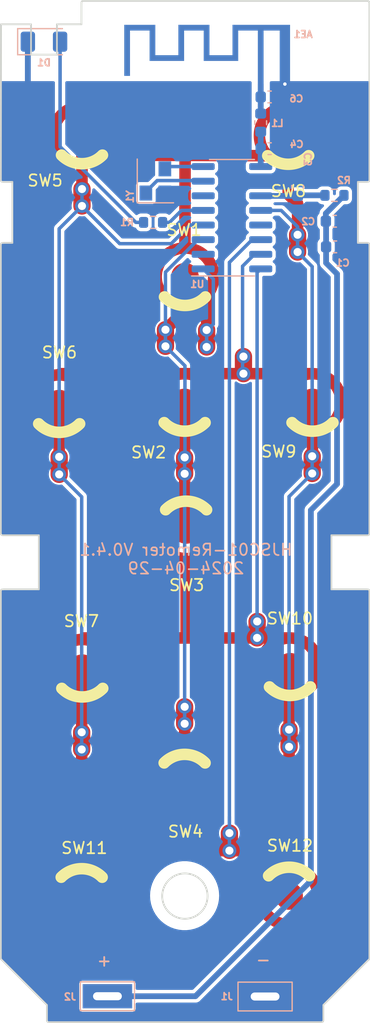
<source format=kicad_pcb>
(kicad_pcb (version 20240108) (generator "pcbnew") (generator_version "8.0")
  (title_block (title "HJSC01-Remoter") (date "2024-04-29") (rev "V0.4.1") (company "Ovobot") (comment 1 "32X89X1.2mm 白字绿油，无铅喷锡"))
  (layers (0 "F.Cu" signal) (31 "B.Cu" signal) (34 "B.Paste" user) (35 "F.Paste" user) (36 "B.SilkS" user "B.Silkscreen") (37 "F.SilkS" user "F.Silkscreen") (38 "B.Mask" user) (39 "F.Mask" user) (44 "Edge.Cuts" user))
  (net 0 "")
  (net 1 "GND")
  (net 2 "+3V3")
  (net 3 "/V1")
  (net 4 "/V2")
  (net 5 "/V3")
  (net 6 "Net-(AE1-A)")
  (net 7 "Net-(U1-VDD)")
  (net 8 "/H4")
  (net 9 "/H3")
  (net 10 "/H2")
  (net 11 "/H1")
  (net 12 "Net-(D1-A)")
  (net 13 "Net-(U1-PB2)")
  (net 14 "Net-(U1-RF-ANT)")
  (net 17 "Net-(U1-XTALP)")
  (net 18 "Net-(U1-XTALN)")
  (footprint "Ovo_Button_Switch_SMD:Dome_SLICE_ARC_6x6mm" (layer "F.Cu") (at 148.6916 96.4692 180)
    (property "Reference" "SW2" (at 3.1242 -4.3434 0) (layer "F.SilkS"))
    (property "Value" "SW")
    (fp_arc (start 1.777999 -1.752599) (mid -0.000001 2.496573) (end -1.778001 -1.7526) (stroke (width 1)) (layer "F.Cu"))
    (fp_arc (start -1.778001 -1.7526) (mid 0 -2.496576) (end 1.778 -1.7526) (stroke (width 1)) (layer "F.SilkS"))
    (pad "1" smd circle (at 0 2.5 180) (size 1 1) (layers "F.Cu" "F.Paste" "F.Mask") (net 10 "/H2"))
    (pad "2" smd circle (at 0 0 180) (size 2.4 2.4) (layers "F.Cu" "F.Paste" "F.Mask") (net 3 "/V1"))
  )
  (footprint "Ovo_Button_Switch_SMD:Dome_SLICE_ARC_6x6mm" (layer "F.Cu") (at 157.6832 73.279 180)
    (property "Reference" "SW8" (at -0.0254 -4.826 0) (layer "F.SilkS"))
    (property "Value" "SW")
    (fp_arc (start 1.777999 -1.752599) (mid -0.000001 2.496573) (end -1.778001 -1.7526) (stroke (width 1)) (layer "F.Cu"))
    (fp_arc (start -1.778001 -1.7526) (mid 0 -2.496576) (end 1.778 -1.7526) (stroke (width 1)) (layer "F.SilkS"))
    (pad "1" smd circle (at 0 2.5 180) (size 1 1) (layers "F.Cu" "F.Paste" "F.Mask") (net 11 "/H1"))
    (pad "2" smd circle (at 0 0 180) (size 2.4 2.4) (layers "F.Cu" "F.Paste" "F.Mask") (net 5 "/V3"))
  )
  (footprint "Ovo_Button_Switch_SMD:Dome_SLICE_ARC_6x6mm" (layer "F.Cu") (at 137.795 96.5708 180)
    (property "Reference" "SW6" (at -0.0254 4.445 0) (layer "F.SilkS"))
    (property "Value" "SW")
    (fp_arc (start 1.777999 -1.752599) (mid -0.000001 2.496573) (end -1.778001 -1.7526) (stroke (width 1)) (layer "F.Cu"))
    (fp_arc (start -1.778001 -1.7526) (mid 0 -2.496576) (end 1.778 -1.7526) (stroke (width 1)) (layer "F.SilkS"))
    (pad "1" smd circle (at 0 2.5 180) (size 1 1) (layers "F.Cu" "F.Paste" "F.Mask") (net 10 "/H2"))
    (pad "2" smd circle (at 0 0 180) (size 2.4 2.4) (layers "F.Cu" "F.Paste" "F.Mask") (net 4 "/V2"))
  )
  (footprint "Ovo_Button_Switch_SMD:Dome_SLICE_ARC_6x6mm" (layer "F.Cu") (at 148.8186 107.5436)
    (property "Reference" "SW3" (at 0.0508 4.8006 0) (layer "F.SilkS"))
    (property "Value" "SW")
    (fp_arc (start 1.777999 -1.752599) (mid -0.000001 2.496573) (end -1.778001 -1.7526) (stroke (width 1)) (layer "F.Cu"))
    (fp_arc (start -1.778001 -1.7526) (mid 0 -2.496576) (end 1.778 -1.7526) (stroke (width 1)) (layer "F.SilkS"))
    (pad "1" smd circle (at 0 2.5) (size 1 1) (layers "F.Cu" "F.Paste" "F.Mask") (net 9 "/H3"))
    (pad "2" smd circle (at 0 0) (size 2.4 2.4) (layers "F.Cu" "F.Paste" "F.Mask") (net 3 "/V1"))
  )
  (footprint "Ovo_Button_Switch_SMD:Dome_SLICE_ARC_6x6mm" (layer "F.Cu") (at 148.717 85.5472 180)
    (property "Reference" "SW1" (at 0.0762 4.064 0) (layer "F.SilkS"))
    (property "Value" "SW")
    (fp_arc (start 1.777999 -1.752599) (mid -0.000001 2.496573) (end -1.778001 -1.7526) (stroke (width 1)) (layer "F.Cu"))
    (fp_arc (start -1.778001 -1.7526) (mid 0 -2.496576) (end 1.778 -1.7526) (stroke (width 1)) (layer "F.SilkS"))
    (pad "1" smd circle (at 0 2.5 180) (size 1 1) (layers "F.Cu" "F.Paste" "F.Mask") (net 11 "/H1"))
    (pad "2" smd circle (at 0 0 180) (size 2.4 2.4) (layers "F.Cu" "F.Paste" "F.Mask") (net 3 "/V1"))
  )
  (footprint "Ovo_Button_Switch_SMD:Dome_SLICE_ARC_6x6mm" (layer "F.Cu") (at 159.7914 96.4692 180)
    (property "Reference" "SW9" (at 2.921 -4.2672 0) (layer "F.SilkS"))
    (property "Value" "SW")
    (fp_arc (start 1.777999 -1.752599) (mid -0.000001 2.496573) (end -1.778001 -1.7526) (stroke (width 1)) (layer "F.Cu"))
    (fp_arc (start -1.778001 -1.7526) (mid 0 -2.496576) (end 1.778 -1.7526) (stroke (width 1)) (layer "F.SilkS"))
    (pad "1" smd circle (at 0 2.5 180) (size 1 1) (layers "F.Cu" "F.Paste" "F.Mask") (net 10 "/H2"))
    (pad "2" smd circle (at 0 0 180) (size 2.4 2.4) (layers "F.Cu" "F.Paste" "F.Mask") (net 5 "/V3"))
  )
  (footprint "Ovo_Button_Switch_SMD:Dome_SLICE_ARC_6x6mm" (layer "F.Cu") (at 157.8356 119.4308 180)
    (property "Reference" "SW10" (at 0 4.191 0) (layer "F.SilkS"))
    (property "Value" "SW")
    (fp_arc (start 1.777999 -1.752599) (mid -0.000001 2.496573) (end -1.778001 -1.7526) (stroke (width 1)) (layer "F.Cu"))
    (fp_arc (start -1.778001 -1.7526) (mid 0 -2.496576) (end 1.778 -1.7526) (stroke (width 1)) (layer "F.SilkS"))
    (pad "1" smd circle (at 0 2.5 180) (size 1 1) (layers "F.Cu" "F.Paste" "F.Mask") (net 9 "/H3"))
    (pad "2" smd circle (at 0 0 180) (size 2.4 2.4) (layers "F.Cu" "F.Paste" "F.Mask") (net 5 "/V3"))
  )
  (footprint "Ovo_Button_Switch_SMD:Dome_SLICE_ARC_6x6mm" (layer "F.Cu") (at 139.8016 119.5578 180)
    (property "Reference" "SW7" (at 0.0762 4.0894 0) (layer "F.SilkS"))
    (property "Value" "SW")
    (fp_arc (start 1.777999 -1.752599) (mid -0.000001 2.496573) (end -1.778001 -1.7526) (stroke (width 1)) (layer "F.Cu"))
    (fp_arc (start -1.778001 -1.7526) (mid 0 -2.496576) (end 1.778 -1.7526) (stroke (width 1)) (layer "F.SilkS"))
    (pad "1" smd circle (at 0 2.5 180) (size 1 1) (layers "F.Cu" "F.Paste" "F.Mask") (net 9 "/H3"))
    (pad "2" smd circle (at 0 0 180) (size 2.4 2.4) (layers "F.Cu" "F.Paste" "F.Mask") (net 4 "/V2"))
  )
  (footprint "Ovo_Button_Switch_SMD:Dome_SLICE_ARC_6x6mm" (layer "F.Cu") (at 139.7762 73.2282 180)
    (property "Reference" "SW5" (at 3.2004 -3.9624 0) (layer "F.SilkS"))
    (property "Value" "SW")
    (fp_arc (start 1.777999 -1.752599) (mid -0.000001 2.496573) (end -1.778001 -1.7526) (stroke (width 1)) (layer "F.Cu"))
    (fp_arc (start -1.778001 -1.7526) (mid 0 -2.496576) (end 1.778 -1.7526) (stroke (width 1)) (layer "F.SilkS"))
    (pad "1" smd circle (at 0 2.5 180) (size 1 1) (layers "F.Cu" "F.Paste" "F.Mask") (net 11 "/H1"))
    (pad "2" smd circle (at 0 0 180) (size 2.4 2.4) (layers "F.Cu" "F.Paste" "F.Mask") (net 4 "/V2"))
  )
  (footprint "Ovo_Button_Switch_SMD:Dome_SLICE_ARC_6x6mm" (layer "F.Cu") (at 139.7508 139.4714)
    (property "Reference" "SW11" (at 0.2286 -4.2926 0) (layer "F.SilkS"))
    (property "Value" "SW")
    (fp_arc (start 1.777999 -1.752599) (mid -0.000001 2.496573) (end -1.778001 -1.7526) (stroke (width 1)) (layer "F.Cu"))
    (fp_arc (start -1.778001 -1.7526) (mid 0 -2.496576) (end 1.778 -1.7526) (stroke (width 1)) (layer "F.SilkS"))
    (pad "1" smd circle (at 0 2.5) (size 1 1) (layers "F.Cu" "F.Paste" "F.Mask") (net 8 "/H4"))
    (pad "2" smd circle (at 0 0) (size 2.4 2.4) (layers "F.Cu" "F.Paste" "F.Mask") (net 4 "/V2"))
  )
  (footprint "Ovo_Button_Switch_SMD:Dome_SLICE_ARC_6x6mm" (layer "F.Cu") (at 148.689 129.54)
    (property "Reference" "SW4" (at 0.0788 4.2164 0) (layer "F.SilkS"))
    (property "Value" "SW")
    (fp_arc (start 1.777999 -1.752599) (mid -0.000001 2.496573) (end -1.778001 -1.7526) (stroke (width 1)) (layer "F.Cu"))
    (fp_arc (start -1.778001 -1.7526) (mid 0 -2.496576) (end 1.778 -1.7526) (stroke (width 1)) (layer "F.SilkS"))
    (pad "1" smd circle (at 0 2.5) (size 1 1) (layers "F.Cu" "F.Paste" "F.Mask") (net 8 "/H4"))
    (pad "2" smd circle (at 0 0) (size 2.4 2.4) (layers "F.Cu" "F.Paste" "F.Mask") (net 3 "/V1"))
  )
  (footprint "Ovo_Button_Switch_SMD:Dome_SLICE_ARC_6x6mm" (layer "F.Cu") (at 157.7594 139.3444)
    (property "Reference" "SW12" (at 0.0762 -4.3688 0) (layer "F.SilkS"))
    (property "Value" "SW")
    (fp_arc (start 1.777999 -1.752599) (mid -0.000001 2.496573) (end -1.778001 -1.7526) (stroke (width 1)) (layer "F.Cu"))
    (fp_arc (start -1.778001 -1.7526) (mid 0 -2.496576) (end 1.778 -1.7526) (stroke (width 1)) (layer "F.SilkS"))
    (pad "1" smd circle (at 0 2.5) (size 1 1) (layers "F.Cu" "F.Paste" "F.Mask") (net 8 "/H4"))
    (pad "2" smd circle (at 0 0) (size 2.4 2.4) (layers "F.Cu" "F.Paste" "F.Mask") (net 5 "/V3"))
  )
  (footprint "Resistor_SMD:R_0603_1608Metric" (layer "B.Cu") (at 145.95 80.825)
    (property "Reference" "R1" (at -2.2606 0 0) (layer "B.SilkS") (effects (font (size 0.6 0.6)) (justify mirror)))
    (property "Value" "1K")
    (fp_line (start -0.237258 -0.5225) (end 0.237258 -0.5225) (stroke (width 0.12)) (layer "B.SilkS"))
    (fp_line (start -0.237258 0.5225) (end 0.237258 0.5225) (stroke (width 0.12)) (layer "B.SilkS"))
    (pad "1" smd roundrect (at -0.825 0) (size 0.8 0.95) (layers "B.Cu" "B.Paste" "B.Mask") (net 12 "Net-(D1-A)"))
    (pad "2" smd roundrect (at 0.825 0) (size 0.8 0.95) (layers "B.Cu" "B.Paste" "B.Mask") (net 13 "Net-(U1-PB2)"))
  )
  (footprint "Ovo_RF_Antenna:Texas_SWRA117D_2.4GHz_Right" (layer "B.Cu") (at 155.2956 68.8086 180)
    (property "Reference" "AE1" (at -3.683 4.318 180) (layer "B.SilkS") (effects (font (size 0.6 0.6)) (justify mirror)))
    (property "Value" "Antenna_Shield")
    (fp_poly (pts (xy 2.45 2.51) (xy 4.45 2.51) (xy 4.45 5.15) (xy 7.15 5.15) (xy 7.15 2.51) (xy 9.15 2.51) (xy 9.15 5.15) (xy 11.85 5.15) (xy 11.85 0.71) (xy 11.35 0.71) (xy 11.35 4.65) (xy 9.65 4.65) (xy 9.65 2.01) (xy 6.65 2.01) (xy 6.65 4.65) (xy 4.95 4.65) (xy 4.95 2.01) (xy 1.95 2.01) (xy 1.95 4.65) (xy 0.25 4.65) (xy 0.25 -0.25) (xy -0.25 -0.25) (xy -0.25 4.65) (xy -1.65 4.65) (xy -1.65 -0.25) (xy -2.55 -0.25) (xy -2.55 -0.006785) (xy -2.247583 -0.006785) (xy -2.237742 -0.054395) (xy -2.213674 -0.096797) (xy -2.175731 -0.129581) (xy -2.167819 -0.133935) (xy -2.125156 -0.146043) (xy -2.076637 -0.1453) (xy -2.031122 -0.1324) (xy -2.012511 -0.121787) (xy -1.978868 -0.086553) (xy -1.958309 -0.041368) (xy -1.951778 0.008158) (xy -1.960218 0.056417) (xy -1.977112 0.088643) (xy -2.012372 0.121313) (xy -2.057682 0.141408) (xy -2.107267 0.147982) (xy -2.155353 0.140092) (xy -2.188245 0.123186) (xy -2.223185 0.086416) (xy -2.242847 0.041622) (xy -2.247583 -0.006785) (xy -2.55 -0.006785) (xy -2.55 5.15) (xy 2.45 5.15) (xy 2.45 2.51)) (fill solid) (layer "B.Cu"))
    (pad "1" connect rect (at 0 0 180) (size 0.5 0.5) (layers "B.Cu") (net 6 "Net-(AE1-A)"))
    (pad "2" thru_hole rect (at -2.1 0 180) (size 0.9 0.5) (drill 0.3) (layers "*.Cu") (net 1 "GND"))
    (zone (net 0) (net_name "") (layers "*.Cu") (connect_pads (clearance 0)) (min_thickness 0.254)
      (keepout (tracks allowed) (vias allowed) (pads allowed) (copperpour not_allowed) (footprints not_allowed))
      (fill (thermal_gap 0.508) (thermal_bridge_width 0.508))
      (polygon (pts (xy 138.9888 68.5206) (xy 162.5092 68.5206) (xy 162.5092 63.0086) (xy 138.9888 63.0086)))
    )
  )
  (footprint "Capacitor_SMD:C_0603_1608Metric" (layer "B.Cu") (at 156.0706 74.422 180)
    (property "Reference" "C4" (at -2.3492 0.381 180) (layer "B.SilkS") (effects (font (size 0.6 0.6)) (justify mirror)))
    (property "Value" "1.2pF")
    (fp_line (start -0.14058 0.51) (end 0.14058 0.51) (stroke (width 0.12)) (layer "B.SilkS"))
    (fp_line (start -0.14058 -0.51) (end 0.14058 -0.51) (stroke (width 0.12)) (layer "B.SilkS"))
    (pad "1" smd roundrect (at -0.775 0 180) (size 0.9 0.95) (layers "B.Cu" "B.Paste" "B.Mask") (net 1 "GND"))
    (pad "2" smd roundrect (at 0.775 0 180) (size 0.9 0.95) (layers "B.Cu" "B.Paste" "B.Mask") (net 14 "Net-(U1-RF-ANT)"))
  )
  (footprint "Capacitor_SMD:C_0603_1608Metric" (layer "B.Cu") (at 156.0706 69.9262 180)
    (property "Reference" "C6" (at -2.3238 -0.1524 0) (layer "B.SilkS") (effects (font (size 0.6 0.6)) (justify mirror)))
    (property "Value" "0.5pF")
    (fp_line (start -0.14058 0.51) (end 0.14058 0.51) (stroke (width 0.12)) (layer "B.SilkS"))
    (fp_line (start -0.14058 -0.51) (end 0.14058 -0.51) (stroke (width 0.12)) (layer "B.SilkS"))
    (pad "1" smd roundrect (at -0.775 0 180) (size 0.9 0.95) (layers "B.Cu" "B.Paste" "B.Mask") (net 1 "GND"))
    (pad "2" smd roundrect (at 0.775 0 180) (size 0.9 0.95) (layers "B.Cu" "B.Paste" "B.Mask") (net 6 "Net-(AE1-A)"))
  )
  (footprint "Inductor_SMD:L_0603_1608Metric" (layer "B.Cu") (at 155.2956 72.1613 -90)
    (property "Reference" "L1" (at 0.0509 -1.4478 180) (layer "B.SilkS") (effects (font (size 0.6 0.6)) (justify mirror)))
    (property "Value" "3.6uH")
    (fp_line (start -0.162779 0.51) (end 0.162779 0.51) (stroke (width 0.12)) (layer "B.SilkS"))
    (fp_line (start -0.162779 -0.51) (end 0.162779 -0.51) (stroke (width 0.12)) (layer "B.SilkS"))
    (pad "1" smd roundrect (at -0.7875 0 270) (size 0.875 0.95) (layers "B.Cu" "B.Paste" "B.Mask") (net 6 "Net-(AE1-A)"))
    (pad "2" smd roundrect (at 0.7875 0 270) (size 0.875 0.95) (layers "B.Cu" "B.Paste" "B.Mask") (net 14 "Net-(U1-RF-ANT)"))
  )
  (footprint "Resistor_SMD:R_0603_1608Metric" (layer "B.Cu") (at 161.7 78.475 180)
    (property "Reference" "R2" (at -0.825 1.3 180) (layer "B.SilkS") (effects (font (size 0.6 0.6)) (justify mirror)))
    (property "Value" "10R")
    (fp_line (start -0.237258 0.5225) (end 0.237258 0.5225) (stroke (width 0.12)) (layer "B.SilkS"))
    (fp_line (start -0.237258 -0.5225) (end 0.237258 -0.5225) (stroke (width 0.12)) (layer "B.SilkS"))
    (pad "1" smd roundrect (at -0.825 0 180) (size 0.8 0.95) (layers "B.Cu" "B.Paste" "B.Mask") (net 2 "+3V3"))
    (pad "2" smd roundrect (at 0.825 0 180) (size 0.8 0.95) (layers "B.Cu" "B.Paste" "B.Mask") (net 7 "Net-(U1-VDD)"))
  )
  (footprint "Capacitor_SMD:C_0603_1608Metric" (layer "B.Cu") (at 161.75 82.95)
    (property "Reference" "C1" (at 0.6728 1.397 0) (layer "B.SilkS") (effects (font (size 0.6 0.6)) (justify mirror)))
    (property "Value" "10uF")
    (fp_line (start -0.14058 -0.51) (end 0.14058 -0.51) (stroke (width 0.12)) (layer "B.SilkS"))
    (fp_line (start -0.14058 0.51) (end 0.14058 0.51) (stroke (width 0.12)) (layer "B.SilkS"))
    (pad "1" smd roundrect (at -0.775 0) (size 0.9 0.95) (layers "B.Cu" "B.Paste" "B.Mask") (net 2 "+3V3"))
    (pad "2" smd roundrect (at 0.775 0) (size 0.9 0.95) (layers "B.Cu" "B.Paste" "B.Mask") (net 1 "GND"))
  )
  (footprint "Ovo_Pad:Pad_THTPad_4.3x2.1mm_Drill3.1x0.9mm" (layer "B.Cu") (at 155.6766 148.082 90)
    (property "Reference" "J1" (at 0 -3.3274 0) (layer "B.SilkS") (effects (font (size 0.6 0.6)) (justify mirror)))
    (property "Value" "负极弹簧")
    (fp_line (start 1.25 -2.35) (end -1.25 -2.35) (stroke (width 0.12)) (layer "B.SilkS"))
    (fp_line (start -1.25 -2.35) (end -1.25 2.35) (stroke (width 0.12)) (layer "B.SilkS"))
    (fp_line (start 1.25 2.35) (end 1.25 -2.35) (stroke (width 0.12)) (layer "B.SilkS"))
    (fp_line (start -1.25 2.35) (end 1.25 2.35) (stroke (width 0.12)) (layer "B.SilkS"))
    (pad "1" thru_hole rect (at 0 0 90) (size 2.1 4.3) (drill oval 0.7 2.5) (layers "*.Cu" "*.Mask") (net 1 "GND"))
  )
  (footprint "Package_SO:SOP-16_3.9x9.9mm_P1.27mm" (layer "B.Cu") (at 152.8 80.42)
    (property "Reference" "U1" (at -3.013 5.782 0) (layer "B.SilkS") (effects (font (size 0.6 0.6)) (justify mirror)))
    (property "Value" "RF射频芯片（01-19548）")
    (fp_line (start 0 -5.06) (end -1.95 -5.06) (stroke (width 0.12)) (layer "B.SilkS"))
    (fp_line (start 0 -5.06) (end 1.95 -5.06) (stroke (width 0.12)) (layer "B.SilkS"))
    (fp_line (start 0 5.06) (end -3.5 5.06) (stroke (width 0.12)) (layer "B.SilkS"))
    (fp_line (start 0 5.06) (end 1.95 5.06) (stroke (width 0.12)) (layer "B.SilkS"))
    (pad "1" smd roundrect (at -2.5 4.445) (size 2 0.6) (layers "B.Cu" "B.Paste" "B.Mask") (net 11 "/H1"))
    (pad "2" smd roundrect (at -2.5 3.175) (size 2 0.6) (layers "B.Cu" "B.Paste" "B.Mask"))
    (pad "3" smd roundrect (at -2.5 1.905) (size 2 0.6) (layers "B.Cu" "B.Paste" "B.Mask") (net 3 "/V1"))
    (pad "4" smd roundrect (at -2.5 0.635) (size 2 0.6) (layers "B.Cu" "B.Paste" "B.Mask") (net 4 "/V2"))
    (pad "5" smd roundrect (at -2.5 -0.635) (size 2 0.6) (layers "B.Cu" "B.Paste" "B.Mask") (net 13 "Net-(U1-PB2)"))
    (pad "6" smd roundrect (at -2.5 -1.905) (size 2 0.6) (layers "B.Cu" "B.Paste" "B.Mask"))
    (pad "7" smd roundrect (at -2.5 -3.175) (size 2 0.6) (layers "B.Cu" "B.Paste" "B.Mask") (net 17 "Net-(U1-XTALP)"))
    (pad "8" smd roundrect (at -2.5 -4.445) (size 2 0.6) (layers "B.Cu" "B.Paste" "B.Mask") (net 18 "Net-(U1-XTALN)"))
    (pad "9" smd roundrect (at 2.5 -4.445) (size 2 0.6) (layers "B.Cu" "B.Paste" "B.Mask") (net 14 "Net-(U1-RF-ANT)"))
    (pad "10" smd roundrect (at 2.5 -3.175) (size 2 0.6) (layers "B.Cu" "B.Paste" "B.Mask") (net 1 "GND"))
    (pad "11" smd roundrect (at 2.5 -1.905) (size 2 0.6) (layers "B.Cu" "B.Paste" "B.Mask") (net 7 "Net-(U1-VDD)"))
    (pad "12" smd roundrect (at 2.5 -0.635) (size 2 0.6) (layers "B.Cu" "B.Paste" "B.Mask") (net 5 "/V3"))
    (pad "13" smd roundrect (at 2.5 0.635) (size 2 0.6) (layers "B.Cu" "B.Paste" "B.Mask"))
    (pad "14" smd roundrect (at 2.5 1.905) (size 2 0.6) (layers "B.Cu" "B.Paste" "B.Mask") (net 8 "/H4"))
    (pad "15" smd roundrect (at 2.5 3.175) (size 2 0.6) (layers "B.Cu" "B.Paste" "B.Mask") (net 10 "/H2"))
    (pad "16" smd roundrect (at 2.5 4.445) (size 2 0.6) (layers "B.Cu" "B.Paste" "B.Mask") (net 9 "/H3"))
  )
  (footprint "Ovo_Oscillaror:Oscillator_SMD_Abracon_ASE-4Pin_3.2x2.5mm" (layer "B.Cu") (at 146.15 77.225 90)
    (property "Reference" "Y1" (at -1.3715 -2.198 -90) (layer "B.SilkS") (effects (font (size 0.6 0.6)) (justify mirror)))
    (property "Value" "16MHz/12pF(10ppm)")
    (fp_line (start -1.9 -1.575) (end 1.9 -1.575) (stroke (width 0.12)) (layer "B.SilkS"))
    (fp_line (start -1.9 1.575) (end -1.9 -1.575) (stroke (width 0.12)) (layer "B.SilkS"))
    (pad "1" smd rect (at -1.05 -0.825 90) (size 1.3 1.1) (layers "B.Cu" "B.Paste" "B.Mask") (net 17 "Net-(U1-XTALP)"))
    (pad "2" smd rect (at 1.05 -0.825 90) (size 1.3 1.1) (layers "B.Cu" "B.Paste" "B.Mask") (net 1 "GND"))
    (pad "3" smd rect (at 1.05 0.825 90) (size 1.3 1.1) (layers "B.Cu" "B.Paste" "B.Mask") (net 18 "Net-(U1-XTALN)"))
    (pad "4" smd rect (at -1.05 0.825 90) (size 1.3 1.1) (layers "B.Cu" "B.Paste" "B.Mask") (net 1 "GND"))
  )
  (footprint "Capacitor_SMD:C_0603_1608Metric" (layer "B.Cu") (at 158.5 77.75 90)
    (property "Reference" "C3" (at 2.413 0.9144 90) (layer "B.SilkS") (effects (font (size 0.6 0.6)) (justify mirror)))
    (property "Value" "0.1uF")
    (fp_line (start -0.14058 -0.51) (end 0.14058 -0.51) (stroke (width 0.12)) (layer "B.SilkS"))
    (fp_line (start -0.14058 0.51) (end 0.14058 0.51) (stroke (width 0.12)) (layer "B.SilkS"))
    (pad "1" smd roundrect (at -0.775 0 90) (size 0.9 0.95) (layers "B.Cu" "B.Paste" "B.Mask") (net 7 "Net-(U1-VDD)"))
    (pad "2" smd roundrect (at 0.775 0 90) (size 0.9 0.95) (layers "B.Cu" "B.Paste" "B.Mask") (net 1 "GND"))
  )
  (footprint "Capacitor_SMD:C_0603_1608Metric" (layer "B.Cu") (at 161.727 80.725)
    (property "Reference" "C2" (at -2.302 0.025 0) (layer "B.SilkS") (effects (font (size 0.6 0.6)) (justify mirror)))
    (property "Value" "100pF")
    (fp_line (start -0.14058 -0.51) (end 0.14058 -0.51) (stroke (width 0.12)) (layer "B.SilkS"))
    (fp_line (start -0.14058 0.51) (end 0.14058 0.51) (stroke (width 0.12)) (layer "B.SilkS"))
    (pad "1" smd roundrect (at -0.775 0) (size 0.9 0.95) (layers "B.Cu" "B.Paste" "B.Mask") (net 2 "+3V3"))
    (pad "2" smd roundrect (at 0.775 0) (size 0.9 0.95) (layers "B.Cu" "B.Paste" "B.Mask") (net 1 "GND"))
  )
  (footprint "LED_SMD:LED_1206_3216Metric" (layer "B.Cu") (at 136.4742 65.1256)
    (property "Reference" "D1" (at 0 1.82 180) (layer "B.SilkS") (effects (font (size 0.6 0.6)) (justify mirror)))
    (property "Value" "RED")
    (fp_line (start -2.285 -1.135) (end 1.6 -1.135) (stroke (width 0.12)) (layer "B.SilkS"))
    (fp_line (start -2.285 1.135) (end -2.285 -1.135) (stroke (width 0.12)) (layer "B.SilkS"))
    (fp_line (start 1.6 1.135) (end -2.285 1.135) (stroke (width 0.12)) (layer "B.SilkS"))
    (pad "1" smd roundrect (at -1.4 0) (size 1.25 1.75) (layers "B.Cu" "B.Paste" "B.Mask") (roundrect_rratio 0.2) (net 1 "GND"))
    (pad "2" smd roundrect (at 1.4 0) (size 1.25 1.75) (layers "B.Cu" "B.Paste" "B.Mask") (roundrect_rratio 0.2) (net 12 "Net-(D1-A)"))
  )
  (footprint "Ovo_Pad:Pad_THTPad_4.3x2.1mm_Drill3.1x0.9mm" (layer "B.Cu") (at 141.986 148.0566 90)
    (property "Reference" "J2" (at -0.0508 -3.2512 0) (layer "B.SilkS") (effects (font (size 0.6 0.6)) (justify mirror)))
    (property "Value" "正极弹簧")
    (fp_line (start 1.25 -2.35) (end -1.25 -2.35) (stroke (width 0.12)) (layer "B.SilkS"))
    (fp_line (start -1.25 -2.35) (end -1.25 2.35) (stroke (width 0.12)) (layer "B.SilkS"))
    (fp_line (start 1.25 2.35) (end 1.25 -2.35) (stroke (width 0.12)) (layer "B.SilkS"))
    (fp_line (start -1.25 2.35) (end 1.25 2.35) (stroke (width 0.12)) (layer "B.SilkS"))
    (pad "1" thru_hole rect (at 0 0 90) (size 2.1 4.3) (drill oval 0.7 2.5) (layers "*.Cu" "*.Mask") (net 2 "+3V3"))
  )
  (gr_line (start 153.5938 135.4074) (end 155.981399 137.5918) (stroke (width 1)) (layer "F.Cu") (net 8))
  (gr_line (start 141.528799 137.718801) (end 143.8402 135.4074) (stroke (width 1)) (layer "F.Cu") (net 8))
  (gr_line (start 148.688999 132.036573) (end 148.688999 135.4074) (stroke (width 1)) (layer "F.Cu") (net 8))
  (gr_line (start 141.554201 74.9808) (end 155.905201 75.031599) (stroke (width 1)) (layer "F.Cu") (net 11))
  (gr_line (start 150.6 90.175) (end 150.6 87.3304) (stroke (width 1)) (layer "F.Cu") (net 11))
  (gr_line (start 143.8402 135.4074) (end 153.5938 135.4074) (stroke (width 1)) (layer "F.Cu") (net 8))
  (gr_line (start 148.717001 83.050627) (end 148.729701 75.0062) (stroke (width 1)) (layer "F.Cu") (net 11))
  (gr_line (start 152.5778 135.382) (end 152.5778 133.8834) (stroke (width 1.5)) (layer "F.Cu") (net 8))
  (gr_arc (start 132.7324 82.75601) (mid 132.795901 82.633248) (end 132.93278 82.614184) (stroke (width 0.1524)) (layer "Edge.Cuts"))
  (gr_arc (start 132.776819 144.862721) (mid 132.743946 144.813805) (end 132.7324 144.756013) (stroke (width 0.1524)) (layer "Edge.Cuts"))
  (gr_line (start 161.433155 112.70562) (end 164.582793 112.70562) (stroke (width 0.1524)) (layer "Edge.Cuts"))
  (gr_arc (start 132.93278 112.714175) (mid 132.957416 112.707771) (end 132.98278 112.70562) (stroke (width 0.1524)) (layer "Edge.Cuts"))
  (gr_arc (start 139.728753 61.730779) (mid 139.772808 61.624471) (end 139.879134 61.580398) (stroke (width 0.1524)) (layer "Edge.Cuts"))
  (gr_arc (start 164.733174 77.156021) (mid 164.689121 77.262342) (end 164.582793 77.306402) (stroke (width 0.1524)) (layer "Edge.Cuts"))
  (gr_arc (start 164.582793 112.70562) (mid 164.689128 112.749665) (end 164.733174 112.856001) (stroke (width 0.1524)) (layer "Edge.Cuts"))
  (gr_arc (start 132.88278 108.006391) (mid 132.77645 107.962341) (end 132.7324 107.856011) (stroke (width 0.1524)) (layer "Edge.Cuts"))
  (gr_line (start 132.733593 77.137111) (end 132.744274 63.614938) (stroke (width 0.1524)) (layer "Edge.Cuts"))
  (gr_arc (start 164.733174 144.756013) (mid 164.721621 144.813802) (end 164.688754 144.862721) (stroke (width 0.1524)) (layer "Edge.Cuts"))
  (gr_line (start 136.882772 150.306383) (end 160.582776 150.306383) (stroke (width 0.1524)) (layer "Edge.Cuts"))
  (gr_line (start 136.732392 150.156002) (end 136.732392 148.818293) (stroke (width 0.1524)) (layer "Edge.Cuts"))
  (gr_arc (start 136.882772 150.306383) (mid 136.77645 150.26233) (end 136.732392 150.156002) (stroke (width 0.1524)) (layer "Edge.Cuts"))
  (gr_line (start 164.733174 77.156021) (end 164.733174 61.756001) (stroke (width 0.1524)) (layer "Edge.Cuts"))
  (gr_line (start 163.733176 82.605629) (end 163.733176 77.306402) (stroke (width 0.1524)) (layer "Edge.Cuts"))
  (gr_arc (start 132.7324 112.856001) (mid 132.795903 112.733246) (end 132.93278 112.714175) (stroke (width 0.1524)) (layer "Edge.Cuts"))
  (gr_line (start 161.433155 112.70562) (end 161.433155 108.006391) (stroke (width 0.1524)) (layer "Edge.Cuts"))
  (gr_line (start 163.733176 77.306402) (end 164.582793 77.306402) (stroke (width 0.1524)) (layer "Edge.Cuts"))
  (gr_line (start 164.733174 107.856011) (end 164.733174 82.75601) (stroke (width 0.1524)) (layer "Edge.Cuts"))
  (gr_line (start 161.433155 108.006391) (end 164.582793 108.006391) (stroke (width 0.1524)) (layer "Edge.Cuts"))
  (gr_line (start 137.6 63.614938) (end 137.6 66.25) (stroke (width 0.1524)) (layer "Edge.Cuts"))
  (gr_line (start 132.744274 63.614938) (end 135.35 63.614938) (stroke (width 0.1524)) (layer "Edge.Cuts"))
  (gr_arc (start 164.733174 107.856011) (mid 164.689124 107.962338) (end 164.582793 108.006391) (stroke (width 0.1524)) (layer "Edge.Cuts"))
  (gr_line (start 132.7324 144.756013) (end 132.7324 112.856001) (stroke (width 0.1524)) (layer "Edge.Cuts"))
  (gr_line (start 132.776819 144.862721) (end 136.732392 148.818293) (stroke (width 0.1524)) (layer "Edge.Cuts"))
  (gr_line (start 135.35 63.614938) (end 135.35 66.25) (stroke (width 0.1524)) (layer "Edge.Cuts"))
  (gr_line (start 139.728753 63.614938) (end 139.728753 61.730779) (stroke (width 0.1524)) (layer "Edge.Cuts"))
  (gr_line (start 163.733176 82.605629) (end 164.582793 82.605629) (stroke (width 0.1524)) (layer "Edge.Cuts"))
  (gr_arc (start 132.93278 82.614184) (mid 132.957416 82.60778) (end 132.98278 82.605629) (stroke (width 0.1524)) (layer "Edge.Cuts"))
  (gr_line (start 132.7324 107.856011) (end 132.7324 82.75601) (stroke (width 0.1524)) (layer "Edge.Cuts"))
  (gr_line (start 132.88278 108.006391) (end 136.032393 108.006391) (stroke (width 0.1524)) (layer "Edge.Cuts"))
  (gr_line (start 136.032393 112.70562) (end 136.032393 108.006391) (stroke (width 0.1524)) (layer "Edge.Cuts"))
  (gr_line (start 164.733174 144.756013) (end 164.733174 112.856001) (stroke (width 0.1524)) (layer "Edge.Cuts"))
  (gr_line (start 160.733156 150.156002) (end 160.733156 148.818293) (stroke (width 0.1524)) (layer "Edge.Cuts"))
  (gr_line (start 132.98278 82.605629) (end 133.732398 82.605629) (stroke (width 0.1524)) (layer "Edge.Cuts"))
  (gr_line (start 160.733156 148.818293) (end 164.688754 144.862721) (stroke (width 0.1524)) (layer "Edge.Cuts"))
  (gr_arc (start 164.557571 61.580398) (mid 164.623279 61.595499) (end 164.675767 61.637805) (stroke (width 0.1524)) (layer "Edge.Cuts"))
  (gr_arc (start 164.582793 82.605629) (mid 164.689125 82.649675) (end 164.733174 82.75601) (stroke (width 0.1524)) (layer "Edge.Cuts"))
  (gr_arc (start 150.683001 139.355998) (mid 148.713 141.326) (end 146.742999 139.355998) (stroke (width 0.1524)) (layer "Edge.Cuts"))
  (gr_line (start 133.732398 82.605629) (end 133.732398 77.306402) (stroke (width 0.1524)) (layer "Edge.Cuts"))
  (gr_line (start 135.35 66.25) (end 137.6 66.25) (stroke (width 0.1524)) (layer "Edge.Cuts"))
  (gr_line (start 139.879134 61.580398) (end 164.557571 61.580398) (stroke (width 0.1524)) (layer "Edge.Cuts"))
  (gr_arc (start 164.675767 61.637805) (mid 164.718063 61.690301) (end 164.733174 61.756001) (stroke (width 0.1524)) (layer "Edge.Cuts"))
  (gr_arc (start 146.742999 139.355998) (mid 148.713 137.385997) (end 150.683001 139.355998) (stroke (width 0.1524)) (layer "Edge.Cuts"))
  (gr_line (start 137.6 63.614938) (end 139.728753 63.614938) (stroke (width 0.1524)) (layer "Edge.Cuts"))
  (gr_arc (start 160.733156 150.156002) (mid 160.689109 150.262328) (end 160.582776 150.306383) (stroke (width 0.1524)) (layer "Edge.Cuts"))
  (gr_arc (start 132.88278 77.306402) (mid 132.769957 77.255442) (end 132.733593 77.137111) (stroke (width 0.1524)) (layer "Edge.Cuts"))
  (gr_line (start 132.88278 77.306402) (end 133.732398 77.306402) (stroke (width 0.1524)) (layer "Edge.Cuts"))
  (gr_line (start 132.98278 112.70562) (end 136.032393 112.70562) (stroke (width 0.1524)) (layer "Edge.Cuts"))
  (gr_text "HJSC01-Remoter ${REVISION}\n${ISSUE_DATE}\n" (at 148.802 110.077 0) (layer "B.SilkS") (effects (font (size 1 1)) (justify mirror)))
  (gr_text "-" (at 155.511 144.883188 0) (layer "B.SilkS") (effects (font (size 1 1))))
  (gr_text "+" (at 141.703 144.953188 0) (layer "B.SilkS") (effects (font (size 1 1))))
  (gr_text "-" (at 155.5242 144.8816 0) (layer "F.SilkS") (effects (font (size 1 1))))
  (gr_text "+" (at 141.7066 144.9578 0) (layer "F.SilkS") (effects (font (size 1 1))))
  (segment (start 163.4 85.025) (end 162.525 84.15) (width 0.5) (layer "B.Cu") (net 1))
  (segment (start 135.0742 65.1256) (end 135.0742 68.8056) (width 0.508) (layer "B.Cu") (net 1))
  (segment (start 155.6766 143.5354) (end 160.5788 138.6332) (width 0.5) (layer "B.Cu") (net 1))
  (segment (start 155.6766 148.082) (end 155.6766 143.5354) (width 0.5) (layer "B.Cu") (net 1))
  (segment (start 163.4 103.5032) (end 163.4 85.025) (width 0.5) (layer "B.Cu") (net 1))
  (segment (start 160.5788 138.6332) (end 160.5788 106.3244) (width 0.5) (layer "B.Cu") (net 1))
  (segment (start 160.5788 106.3244) (end 163.4 103.5032) (width 0.5) (layer "B.Cu") (net 1))
  (segment (start 135.0742 68.8056) (end 135.0772 68.8086) (width 0.508) (layer "B.Cu") (net 1))
  (segment (start 162.525 84.15) (end 162.525 82.95) (width 0.5) (layer "B.Cu") (net 1))
  (segment (start 161.925 85.3) (end 161.925 103.5558) (width 0.5) (layer "B.Cu") (net 2))
  (segment (start 160.975 80.748) (end 160.952 80.725) (width 0.5) (layer "B.Cu") (net 2))
  (segment (start 160.975 82.95) (end 160.975 84.35) (width 0.5) (layer "B.Cu") (net 2))
  (segment (start 160.975 82.95) (end 160.975 80.748) (width 0.5) (layer "B.Cu") (net 2))
  (segment (start 159.652 105.8288) (end 159.652 138.036) (width 0.5) (layer "B.Cu") (net 2))
  (segment (start 160.952 80.048) (end 162.525 78.475) (width 0.5) (layer "B.Cu") (net 2))
  (segment (start 149.6314 148.0566) (end 141.986 148.0566) (width 0.5) (layer "B.Cu") (net 2))
  (segment (start 160.952 80.725) (end 160.952 80.048) (width 0.5) (layer "B.Cu") (net 2))
  (segment (start 161.925 103.5558) (end 159.652 105.8288) (width 0.5) (layer "B.Cu") (net 2))
  (segment (start 159.652 138.036) (end 149.6314 148.0566) (width 0.5) (layer "B.Cu") (net 2))
  (segment (start 160.975 84.35) (end 161.925 85.3) (width 0.5) (layer "B.Cu") (net 2))
  (segment (start 148.6916 124.3838) (end 148.6916 122.9106) (width 1.5) (layer "F.Cu") (net 3))
  (segment (start 148.6916 129.5374) (end 148.689 129.54) (width 1) (layer "F.Cu") (net 3))
  (segment (start 147.025 91.5924) (end 147.025 90.15) (width 1.5) (layer "F.Cu") (net 3))
  (segment (start 148.6916 96.4692) (end 148.6916 107.4166) (width 1) (layer "F.Cu") (net 3))
  (segment (start 148.6916 102.6668) (end 148.6916 101.2444) (width 1.5) (layer "F.Cu") (net 3))
  (segment (start 148.6916 107.4166) (end 148.8186 107.5436) (width 1) (layer "F.Cu") (net 3))
  (segment (start 148.6916 124.3838) (end 148.6916 129.5374) (width 1) (layer "F.Cu") (net 3))
  (segment (start 148.717 85.5472) (end 148.717 88.458) (width 1) (layer "F.Cu") (net 3))
  (segment (start 148.717 88.458) (end 147.025 90.15) (width 1) (layer "F.Cu") (net 3))
  (via (at 148.6916 122.9106) (size 1.2) (drill 0.7) (layers "F.Cu" "B.Cu") (net 3))
  (via (at 147.025 91.5924) (size 1.2) (drill 0.7) (layers "F.Cu" "B.Cu") (net 3))
  (via (at 148.6916 102.6668) (size 1.2) (drill 0.7) (layers "F.Cu" "B.Cu") (net 3))
  (via (at 148.6916 101.2444) (size 1.2) (drill 0.7) (layers "F.Cu" "B.Cu") (net 3))
  (via (at 147.025 90.15) (size 1.2) (drill 0.7) (layers "F.Cu" "B.Cu") (net 3))
  (via (at 148.6916 124.3838) (size 1.2) (drill 0.7) (layers "F.Cu" "B.Cu") (net 3))
  (segment (start 148.6916 101.2444) (end 148.6916 124.3838) (width 0.3) (layer "B.Cu") (net 3))
  (segment (start 148.717 93.2844) (end 148.717 101.219) (width 0.3) (layer "B.Cu") (net 3))
  (segment (start 147.025 85.15421) (end 149.85421 82.325) (width 0.3) (layer "B.Cu") (net 3))
  (segment (start 147.025 90.15) (end 147.025 91.5924) (width 0.3) (layer "B.Cu") (net 3))
  (segment (start 148.717 101.219) (end 148.6916 101.2444) (width 0.3) (layer "B.Cu") (net 3))
  (segment (start 147.025 90.15) (end 147.025 85.15421) (width 0.3) (layer "B.Cu") (net 3))
  (segment (start 149.85421 82.325) (end 150.3 82.325) (width 0.3) (layer "B.Cu") (net 3))
  (segment (start 147.025 91.5924) (end 148.717 93.2844) (width 0.3) (layer "B.Cu") (net 3))
  (segment (start 137.795 101.1936) (end 137.795 102.7176) (width 1.5) (layer "F.Cu") (net 4))
  (segment (start 139.7762 77.9272) (end 139.7762 79.4004) (width 1.5) (layer "F.Cu") (net 4))
  (segment (start 139.7762 73.2282) (end 139.7762 77.9272) (width 1) (layer "F.Cu") (net 4))
  (segment (start 139.7508 139.4714) (end 139.7508 126.619) (width 1) (layer "F.Cu") (net 4))
  (segment (start 139.7508 126.619) (end 139.7508 125.1204) (width 1.5) (layer "F.Cu") (net 4))
  (segment (start 139.7508 119.6086) (end 139.8016 119.5578) (width 1) (layer "F.Cu") (net 4))
  (segment (start 137.795 96.5708) (end 137.795 101.1936) (width 1) (layer "F.Cu") (net 4))
  (segment (start 139.7508 125.1204) (end 139.7508 119.6086) (width 1) (layer "F.Cu") (net 4))
  (via (at 137.795 102.7176) (size 1.2) (drill 0.7) (layers "F.Cu" "B.Cu") (net 4))
  (via (at 139.7762 77.9272) (size 1.2) (drill 0.7) (layers "F.Cu" "B.Cu") (net 4))
  (via (at 139.7762 79.4004) (size 1.2) (drill 0.7) (layers "F.Cu" "B.Cu") (net 4))
  (via (at 139.7508 125.1204) (size 1.2) (drill 0.7) (layers "F.Cu" "B.Cu") (net 4))
  (via (at 137.795 101.1936) (size 1.2) (drill 0.7) (layers "F.Cu" "B.Cu") (net 4))
  (via (at 139.7508 126.619) (size 1.2) (drill 0.7) (layers "F.Cu" "B.Cu") (net 4))
  (segment (start 137.795 102.7176) (end 137.795 81.3816) (width 0.3) (layer "B.Cu") (net 4))
  (segment (start 149.145 81.055) (end 150.3 81.055) (width 0.3) (layer "B.Cu") (net 4))
  (segment (start 139.7762 79.4004) (end 143.0508 82.675) (width 0.3) (layer "B.Cu") (net 4))
  (segment (start 137.795 81.3816) (end 139.7762 79.4004) (width 0.3) (layer "B.Cu") (net 4))
  (segment (start 139.7508 104.6734) (end 137.795 102.7176) (width 0.3) (layer "B.Cu") (net 4))
  (segment (start 143.0508 82.675) (end 147.525 82.675) (width 0.3) (layer "B.Cu") (net 4))
  (segment (start 147.525 82.675) (end 149.145 81.055) (width 0.3) (layer "B.Cu") (net 4))
  (segment (start 139.7762 79.4004) (end 139.7762 77.9272) (width 0.3) (layer "B.Cu") (net 4))
  (segment (start 139.7508 126.619) (end 139.7508 104.6734) (width 0.3) (layer "B.Cu") (net 4))
  (segment (start 157.7594 119.507) (end 157.8356 119.4308) (width 1) (layer "F.Cu") (net 5))
  (segment (start 157.7594 139.3444) (end 157.7594 119.507) (width 1) (layer "F.Cu") (net 5))
  (segment (start 157.7594 124.8918) (end 157.7594 126.3904) (width 1.5) (layer "F.Cu") (net 5))
  (segment (start 159.7914 101.1174) (end 159.766 101.1428) (width 1) (layer "F.Cu") (net 5))
  (segment (start 158.5 79.2) (end 158.5 81.9) (width 1) (layer "F.Cu") (net 5))
  (segment (start 159.766 101.1428) (end 159.766 102.6414) (width 1.5) (layer "F.Cu") (net 5))
  (segment (start 157.6832 78.3832) (end 158.5 79.2) (width 1) (layer "F.Cu") (net 5))
  (segment (start 158.5 83.4) (end 158.5 81.9) (width 1.5) (layer "F.Cu") (net 5))
  (segment (start 157.6832 73.279) (end 157.6832 78.3832) (width 1) (layer "F.Cu") (net 5))
  (segment (start 159.7914 96.4692) (end 159.7914 101.1174) (width 1) (layer "F.Cu") (net 5))
  (via (at 158.5 81.9) (size 1.2) (drill 0.7) (layers "F.Cu" "B.Cu") (net 5))
  (via (at 157.7594 124.8918) (size 1.2) (drill 0.7) (layers "F.Cu" "B.Cu") (net 5))
  (via (at 158.5 83.4) (size 1.2) (drill 0.7) (layers "F.Cu" "B.Cu") (net 5))
  (via (at 159.766 101.1428) (size 1.2) (drill 0.7) (layers "F.Cu" "B.Cu") (net 5))
  (via (at 157.7594 126.3904) (size 1.2) (drill 0.7) (layers "F.Cu" "B.Cu") (net 5))
  (via (at 159.766 102.6414) (size 1.2) (drill 0.7) (layers "F.Cu" "B.Cu") (net 5))
  (segment (start 157.7594 104.648) (end 159.766 102.6414) (width 0.3) (layer "B.Cu") (net 5))
  (segment (start 158.5 83.4) (end 159.766 84.666) (width 0.3) (layer "B.Cu") (net 5))
  (segment (start 158.5 81.9) (end 158.5 81.2078) (width 0.3) (layer "B.Cu") (net 5))
  (segment (start 158.5 83.4) (end 158.5 81.9) (width 0.3) (layer "B.Cu") (net 5))
  (segment (start 157.0772 79.785) (end 155.3 79.785) (width 0.3) (layer "B.Cu") (net 5))
  (segment (start 158.5 81.2078) (end 157.0772 79.785) (width 0.3) (layer "B.Cu") (net 5))
  (segment (start 159.766 84.666) (end 159.766 102.6414) (width 0.3) (layer "B.Cu") (net 5))
  (segment (start 157.7594 126.3904) (end 157.7594 104.648) (width 0.3) (layer "B.Cu") (net 5))
  (segment (start 155.2956 68.8086) (end 155.2956 69.9262) (width 0.508) (layer "B.Cu") (net 6))
  (segment (start 155.2956 71.3738) (end 155.2956 69.9262) (width 0.508) (layer "B.Cu") (net 6))
  (segment (start 155.31 78.525) (end 155.3 78.515) (width 0.5) (layer "B.Cu") (net 7))
  (segment (start 158.5 78.525) (end 155.31 78.525) (width 0.5) (layer "B.Cu") (net 7))
  (segment (start 158.55 78.475) (end 158.5 78.525) (width 0.5) (layer "B.Cu") (net 7))
  (segment (start 160.875 78.475) (end 158.55 78.475) (width 0.5) (layer "B.Cu") (net 7))
  (via (at 152.5778 135.4074) (size 1.2) (drill 0.7) (layers "F.Cu" "B.Cu") (net 8))
  (via (at 152.5778 133.8834) (size 1.2) (drill 0.7) (layers "F.Cu" "B.Cu") (net 8))
  (segment (start 154.5554 82.325) (end 152.5778 84.3026) (width 0.3) (layer "B.Cu") (net 8))
  (segment (start 155.3 82.325) (end 154.5554 82.325) (width 0.3) (layer "B.Cu") (net 8))
  (segment (start 152.5778 84.3026) (end 152.5778 132.4864) (width 0.3) (layer "B.Cu") (net 8))
  (segment (start 152.5778 132.4864) (end 152.5778 135.4074) (width 0.3) (layer "B.Cu") (net 8))
  (segment (start 152.5778 132.4864) (end 152.5778 133.8834) (width 0.3) (layer "B.Cu") (net 8))
  (segment (start 154.982705 115.501895) (end 154.9908 115.4938) (width 1.5) (layer "F.Cu") (net 9))
  (segment (start 139.8016 117.0578) (end 139.9286 116.9308) (width 1) (layer "F.Cu") (net 9))
  (segment (start 139.9286 116.9308) (end 148.8186 116.9308) (width 1) (layer "F.Cu") (net 9))
  (segment (start 154.982705 116.923822) (end 154.982705 115.501895) (width 1.5) (layer "F.Cu") (net 9))
  (segment (start 148.8186 110.0436) (end 148.8186 116.9308) (width 1) (layer "F.Cu") (net 9))
  (segment (start 148.8186 116.9308) (end 157.8356 116.9308) (width 1) (layer "F.Cu") (net 9))
  (via (at 154.9908 115.4938) (size 1.2) (drill 0.7) (layers "F.Cu" "B.Cu") (net 9))
  (via (at 154.982705 116.923822) (size 1.2) (drill 0.7) (layers "F.Cu" "B.Cu") (net 9))
  (segment (start 155.3 84.865) (end 154.982705 85.182295) (width 0.3) (layer "B.Cu") (net 9))
  (segment (start 154.982705 85.182295) (end 154.982705 116.923822) (width 0.3) (layer "B.Cu") (net 9))
  (segment (start 137.8966 93.9692) (end 148.6916 93.9692) (width 1) (layer "F.Cu") (net 10))
  (segment (start 148.6916 93.9692) (end 159.7914 93.9692) (width 1) (layer "F.Cu") (net 10))
  (segment (start 137.795 94.0708) (end 137.8966 93.9692) (width 1) (layer "F.Cu") (net 10))
  (segment (start 153.797 93.9692) (end 153.797 92.4814) (width 1.5) (layer "F.Cu") (net 10))
  (via (at 153.797 93.9692) (size 1.2) (drill 0.7) (layers "F.Cu" "B.Cu") (net 10))
  (via (at 153.797 92.4814) (size 1.2) (drill 0.7) (layers "F.Cu" "B.Cu") (net 10))
  (segment (start 154.7586 83.595) (end 155.3 83.595) (width 0.3) (layer "B.Cu") (net 10))
  (segment (start 153.7208 84.6328) (end 154.7586 83.595) (width 0.3) (layer "B.Cu") (net 10))
  (segment (start 153.7208 93.893) (end 153.797 93.9692) (width 0.3) (layer "B.Cu") (net 10))
  (segment (start 153.7208 84.6328) (end 153.7208 93.893) (width 0.3) (layer "B.Cu") (net 10))
  (segment (start 150.6 90.175) (end 150.6 91.65) (width 1.5) (layer "F.Cu") (net 11))
  (via (at 150.6 90.175) (size 1.2) (drill 0.7) (layers "F.Cu" "B.Cu") (net 11))
  (via (at 150.6 91.65) (size 1.2) (drill 0.7) (layers "F.Cu" "B.Cu") (net 11))
  (segment (start 150.6 91.65) (end 150.6 90.25) (width 0.3) (layer "B.Cu") (net 11))
  (segment (start 151.1808 89.6692) (end 151.1808 85.7458) (width 0.3) (layer "B.Cu") (net 11))
  (segment (start 150.6 90.25) (end 151.1808 89.6692) (width 0.3) (layer "B.Cu") (net 11))
  (segment (start 151.1808 85.7458) (end 150.3 84.865) (width 0.3) (layer "B.Cu") (net 11))
  (segment (start 137.8742 74.2472) (end 144.452 80.825) (width 0.3) (layer "B.Cu") (net 12))
  (segment (start 144.452 80.825) (end 145.125 80.825) (width 0.3) (layer "B.Cu") (net 12))
  (segment (start 137.8742 65.1256) (end 137.8742 74.2472) (width 0.3) (layer "B.Cu") (net 12))
  (segment (start 148.4208 79.785) (end 147.3808 80.825) (width 0.3) (layer "B.Cu") (net 13))
  (segment (start 147.3808 80.825) (end 146.775 80.825) (width 0.3) (layer "B.Cu") (net 13))
  (segment (start 150.3 79.785) (end 148.4208 79.785) (width 0.3) (layer "B.Cu") (net 13))
  (segment (start 155.2956 72.9488) (end 155.2956 74.422) (width 0.508) (layer "B.Cu") (net 14))
  (segment (start 155.2956 75.9706) (end 155.3 75.975) (width 0.508) (layer "B.Cu") (net 14))
  (segment (start 155.2956 74.422) (end 155.2956 75.9706) (width 0.508) (layer "B.Cu") (net 14))
  (segment (start 145.325 78.175) (end 145.325 78.275) (width 0.3048) (layer "B.Cu") (net 17))
  (segment (start 150.3 77.245) (end 150.2456 77.1906) (width 0.3048) (layer "B.Cu") (net 17))
  (segment (start 150.2456 77.1906) (end 146.3094 77.1906) (width 0.3048) (layer "B.Cu") (net 17))
  (segment (start 146.3094 77.1906) (end 145.325 78.175) (width 0.3048) (layer "B.Cu") (net 17))
  (segment (start 150.3 75.975) (end 147.175 75.975) (width 0.3048) (layer "B.Cu") (net 18))
  (segment (start 147.175 75.975) (end 146.975 76.175) (width 0.3048) (layer "B.Cu") (net 18))
  (zone (net 0) (net_name "") (layers "F&B.Cu") (connect_pads (clearance 0)) (min_thickness 0.25)
    (keepout (tracks not_allowed) (vias not_allowed) (pads not_allowed) (copperpour not_allowed) (footprints not_allowed))
    (fill (thermal_gap 0.5) (thermal_bridge_width 0.5))
    (polygon (pts (xy 151.687 139.319) (xy 151.666715 138.970721) (xy 151.606135 138.627152) (xy 151.506078 138.29294) (xy 151.367898 137.972602) (xy 151.193463 137.670473) (xy 150.985133 137.390637) (xy 150.745725 137.136879) (xy 150.478476 136.91263) (xy 150.187 136.720924) (xy 149.875239 136.564352) (xy 149.54741 136.445031) (xy 149.207945 136.364577) (xy 148.861434 136.324076) (xy 148.512566 136.324076) (xy 148.166055 136.364577) (xy 147.82659 136.445031) (xy 147.498761 136.564352) (xy 147.187 136.720924) (xy 146.895524 136.91263) (xy 146.628275 137.136879) (xy 146.388867 137.390637) (xy 146.180537 137.670473) (xy 146.006102 137.972602) (xy 145.867922 138.29294) (xy 145.767865 138.627152) (xy 145.707285 138.970721) (xy 145.687 139.319) (xy 145.707285 139.667279) (xy 145.767865 140.010848) (xy 145.867922 140.34506) (xy 146.006102 140.665398) (xy 146.180537 140.967527) (xy 146.388867 141.247363) (xy 146.628275 141.501121) (xy 146.895524 141.72537) (xy 147.187 141.917076) (xy 147.498761 142.073648) (xy 147.82659 142.192969) (xy 148.166055 142.273423) (xy 148.512566 142.313924) (xy 148.861434 142.313924) (xy 149.207945 142.273423) (xy 149.54741 142.192969) (xy 149.875239 142.073648) (xy 150.187 141.917076) (xy 150.478476 141.72537) (xy 150.745725 141.501121) (xy 150.985133 141.247363) (xy 151.193463 140.967527) (xy 151.367898 140.665398) (xy 151.506078 140.34506) (xy 151.606135 140.010848) (xy 151.666715 139.667279)))
  )
  (zone (net 1) (net_name "GND") (layer "B.Cu") (connect_pads yes (clearance 0.3)) (min_thickness 0.25) (fill yes (thermal_gap 0.5) (thermal_bridge_width 0.5))
    (polygon (pts (xy 132.715 68.5546) (xy 164.7444 68.5546) (xy 164.7444 150.3172) (xy 132.715 150.2918)))
  )
  (zone (net 0) (net_name "") (layer "B.Cu") (connect_pads yes (clearance 0)) (min_thickness 0.25)
    (keepout (tracks allowed) (vias allowed) (pads allowed) (copperpour not_allowed) (footprints allowed))
    (fill (thermal_gap 0.5) (thermal_bridge_width 0.5))
    (polygon (pts (xy 154.5082 68.5292) (xy 154.5082 75.6158) (xy 156.083 75.6158) (xy 156.083 68.5546)))
  )
)
</source>
